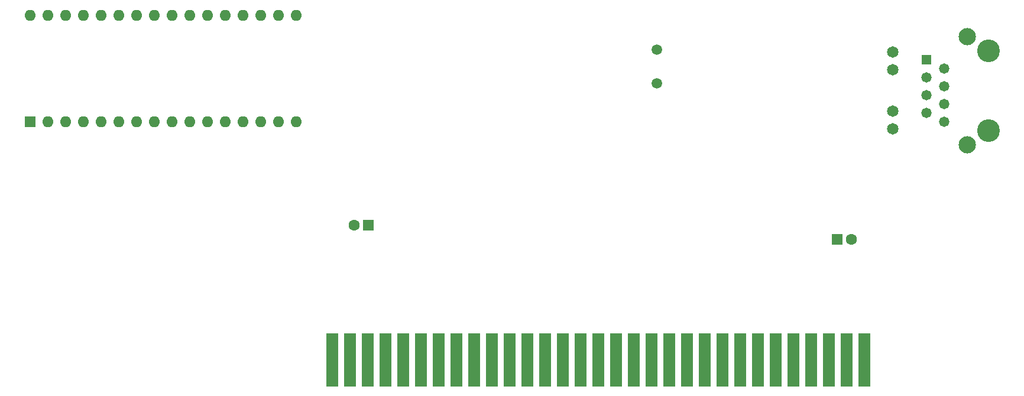
<source format=gbr>
%TF.GenerationSoftware,KiCad,Pcbnew,6.0.2+dfsg-1*%
%TF.CreationDate,2022-05-09T19:42:05-04:00*%
%TF.ProjectId,Cheapsk8_LAN,43686561-7073-46b3-985f-4c414e2e6b69,1*%
%TF.SameCoordinates,Original*%
%TF.FileFunction,Soldermask,Bot*%
%TF.FilePolarity,Negative*%
%FSLAX46Y46*%
G04 Gerber Fmt 4.6, Leading zero omitted, Abs format (unit mm)*
G04 Created by KiCad (PCBNEW 6.0.2+dfsg-1) date 2022-05-09 19:42:05*
%MOMM*%
%LPD*%
G01*
G04 APERTURE LIST*
%ADD10C,1.500000*%
%ADD11R,1.780000X7.620000*%
%ADD12R,1.600000X1.600000*%
%ADD13C,1.600000*%
%ADD14O,1.600000X1.600000*%
%ADD15C,3.250000*%
%ADD16R,1.478000X1.478000*%
%ADD17C,1.478000*%
%ADD18C,1.650000*%
%ADD19C,2.475000*%
G04 APERTURE END LIST*
D10*
%TO.C,Y1*%
X153005000Y-92747000D03*
X153005000Y-97573000D03*
%TD*%
D11*
%TO.C,J2*%
X182753000Y-137160000D03*
X180213000Y-137160000D03*
X177673000Y-137160000D03*
X175133000Y-137160000D03*
X172593000Y-137160000D03*
X170053000Y-137160000D03*
X167513000Y-137160000D03*
X164973000Y-137160000D03*
X162433000Y-137160000D03*
X159893000Y-137160000D03*
X157353000Y-137160000D03*
X154813000Y-137160000D03*
X152273000Y-137160000D03*
X149733000Y-137160000D03*
X147193000Y-137160000D03*
X144653000Y-137160000D03*
X142113000Y-137160000D03*
X139573000Y-137160000D03*
X137033000Y-137160000D03*
X134493000Y-137160000D03*
X131953000Y-137160000D03*
X129413000Y-137160000D03*
X126873000Y-137160000D03*
X124333000Y-137160000D03*
X121793000Y-137160000D03*
X119253000Y-137160000D03*
X116713000Y-137160000D03*
X114173000Y-137160000D03*
X111633000Y-137160000D03*
X109093000Y-137160000D03*
X106553000Y-137160000D03*
%TD*%
D12*
%TO.C,C6*%
X178876888Y-119888000D03*
D13*
X180876888Y-119888000D03*
%TD*%
D12*
%TO.C,C7*%
X111699113Y-117856000D03*
D13*
X109699113Y-117856000D03*
%TD*%
D12*
%TO.C,U2*%
X63246000Y-103002000D03*
D14*
X65786000Y-103002000D03*
X68326000Y-103002000D03*
X70866000Y-103002000D03*
X73406000Y-103002000D03*
X75946000Y-103002000D03*
X78486000Y-103002000D03*
X81026000Y-103002000D03*
X83566000Y-103002000D03*
X86106000Y-103002000D03*
X88646000Y-103002000D03*
X91186000Y-103002000D03*
X93726000Y-103002000D03*
X96266000Y-103002000D03*
X98806000Y-103002000D03*
X101346000Y-103002000D03*
X101346000Y-87762000D03*
X98806000Y-87762000D03*
X96266000Y-87762000D03*
X93726000Y-87762000D03*
X91186000Y-87762000D03*
X88646000Y-87762000D03*
X86106000Y-87762000D03*
X83566000Y-87762000D03*
X81026000Y-87762000D03*
X78486000Y-87762000D03*
X75946000Y-87762000D03*
X73406000Y-87762000D03*
X70866000Y-87762000D03*
X68326000Y-87762000D03*
X65786000Y-87762000D03*
X63246000Y-87762000D03*
%TD*%
D15*
%TO.C,J3*%
X200533000Y-104267000D03*
X200533000Y-92837000D03*
D16*
X191643000Y-94107000D03*
D17*
X194183000Y-95377000D03*
X191643000Y-96647000D03*
X194183000Y-97917000D03*
X191643000Y-99187000D03*
X194183000Y-100457000D03*
X191643000Y-101727000D03*
X194183000Y-102997000D03*
D18*
X186813000Y-104017000D03*
X186813000Y-101477000D03*
X186813000Y-95627000D03*
X186813000Y-93087000D03*
D19*
X197483000Y-106297000D03*
X197483000Y-90807000D03*
%TD*%
M02*

</source>
